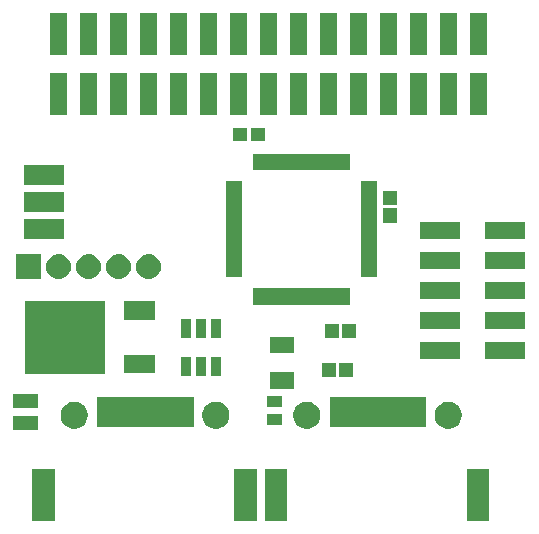
<source format=gts>
G04 #@! TF.GenerationSoftware,KiCad,Pcbnew,(5.0.1)-3*
G04 #@! TF.CreationDate,2018-11-04T16:08:14+11:00*
G04 #@! TF.ProjectId,15_Channel_SSR_Driver,31355F4368616E6E656C5F5353525F44,1.1*
G04 #@! TF.SameCoordinates,PX7c25018PY69db1f0*
G04 #@! TF.FileFunction,Soldermask,Top*
G04 #@! TF.FilePolarity,Negative*
%FSLAX46Y46*%
G04 Gerber Fmt 4.6, Leading zero omitted, Abs format (unit mm)*
G04 Created by KiCad (PCBNEW (5.0.1)-3) date 4/11/2018 4:08:14 PM*
%MOMM*%
%LPD*%
G01*
G04 APERTURE LIST*
%ADD10C,0.100000*%
G04 APERTURE END LIST*
D10*
G04 #@! TO.C,D1*
G36*
X3034436Y-33790000D02*
X2584000Y-33790000D01*
X2584000Y-32889300D01*
X3034436Y-32889300D01*
X3034436Y-33790000D01*
G37*
G36*
X2384131Y-33790000D02*
X1934000Y-33790000D01*
X1934000Y-32889180D01*
X2384131Y-32889180D01*
X2384131Y-33790000D01*
G37*
G36*
X1733449Y-33790000D02*
X1284000Y-33790000D01*
X1284000Y-32888190D01*
X1733449Y-32888190D01*
X1733449Y-33790000D01*
G37*
G36*
X1284000Y-34790308D02*
X1733738Y-34790308D01*
X1733738Y-35690000D01*
X1284000Y-35690000D01*
X1284000Y-34790308D01*
G37*
G36*
X1934000Y-34790565D02*
X2384254Y-34790565D01*
X2384254Y-35690000D01*
X1934000Y-35690000D01*
X1934000Y-34790565D01*
G37*
G36*
X2584000Y-34790083D02*
X3034145Y-34790083D01*
X3034145Y-35690000D01*
X2584000Y-35690000D01*
X2584000Y-34790083D01*
G37*
G36*
X4635000Y-43482000D02*
X2735000Y-43482000D01*
X2735000Y-39082000D01*
X4635000Y-39082000D01*
X4635000Y-43482000D01*
X4635000Y-43482000D01*
G37*
G36*
X24320000Y-43482000D02*
X22420000Y-43482000D01*
X22420000Y-39082000D01*
X24320000Y-39082000D01*
X24320000Y-43482000D01*
X24320000Y-43482000D01*
G37*
G36*
X21735000Y-43482000D02*
X19835000Y-43482000D01*
X19835000Y-39082000D01*
X21735000Y-39082000D01*
X21735000Y-43482000D01*
X21735000Y-43482000D01*
G37*
G36*
X41420000Y-43482000D02*
X39520000Y-43482000D01*
X39520000Y-39082000D01*
X41420000Y-39082000D01*
X41420000Y-43482000D01*
X41420000Y-43482000D01*
G37*
G36*
X3184000Y-35840000D02*
X1134000Y-35840000D01*
X1134000Y-34640000D01*
X3184000Y-34640000D01*
X3184000Y-35840000D01*
X3184000Y-35840000D01*
G37*
G36*
X6620443Y-33436194D02*
X6829728Y-33522883D01*
X7018085Y-33648739D01*
X7178261Y-33808915D01*
X7304117Y-33997272D01*
X7390806Y-34206557D01*
X7435000Y-34428734D01*
X7435000Y-34655266D01*
X7390806Y-34877443D01*
X7304117Y-35086728D01*
X7178261Y-35275085D01*
X7018085Y-35435261D01*
X6829728Y-35561117D01*
X6620443Y-35647806D01*
X6398266Y-35692000D01*
X6171734Y-35692000D01*
X5949557Y-35647806D01*
X5740272Y-35561117D01*
X5551915Y-35435261D01*
X5391739Y-35275085D01*
X5265883Y-35086728D01*
X5179194Y-34877443D01*
X5135000Y-34655266D01*
X5135000Y-34428734D01*
X5179194Y-34206557D01*
X5265883Y-33997272D01*
X5391739Y-33808915D01*
X5551915Y-33648739D01*
X5740272Y-33522883D01*
X5949557Y-33436194D01*
X6171734Y-33392000D01*
X6398266Y-33392000D01*
X6620443Y-33436194D01*
X6620443Y-33436194D01*
G37*
G36*
X18610443Y-33436194D02*
X18819728Y-33522883D01*
X19008085Y-33648739D01*
X19168261Y-33808915D01*
X19294117Y-33997272D01*
X19380806Y-34206557D01*
X19425000Y-34428734D01*
X19425000Y-34655266D01*
X19380806Y-34877443D01*
X19294117Y-35086728D01*
X19168261Y-35275085D01*
X19008085Y-35435261D01*
X18819728Y-35561117D01*
X18610443Y-35647806D01*
X18388266Y-35692000D01*
X18161734Y-35692000D01*
X17939557Y-35647806D01*
X17730272Y-35561117D01*
X17541915Y-35435261D01*
X17381739Y-35275085D01*
X17255883Y-35086728D01*
X17169194Y-34877443D01*
X17125000Y-34655266D01*
X17125000Y-34428734D01*
X17169194Y-34206557D01*
X17255883Y-33997272D01*
X17381739Y-33808915D01*
X17541915Y-33648739D01*
X17730272Y-33522883D01*
X17939557Y-33436194D01*
X18161734Y-33392000D01*
X18388266Y-33392000D01*
X18610443Y-33436194D01*
X18610443Y-33436194D01*
G37*
G36*
X26305443Y-33436194D02*
X26514728Y-33522883D01*
X26703085Y-33648739D01*
X26863261Y-33808915D01*
X26989117Y-33997272D01*
X27075806Y-34206557D01*
X27120000Y-34428734D01*
X27120000Y-34655266D01*
X27075806Y-34877443D01*
X26989117Y-35086728D01*
X26863261Y-35275085D01*
X26703085Y-35435261D01*
X26514728Y-35561117D01*
X26305443Y-35647806D01*
X26083266Y-35692000D01*
X25856734Y-35692000D01*
X25634557Y-35647806D01*
X25425272Y-35561117D01*
X25236915Y-35435261D01*
X25076739Y-35275085D01*
X24950883Y-35086728D01*
X24864194Y-34877443D01*
X24820000Y-34655266D01*
X24820000Y-34428734D01*
X24864194Y-34206557D01*
X24950883Y-33997272D01*
X25076739Y-33808915D01*
X25236915Y-33648739D01*
X25425272Y-33522883D01*
X25634557Y-33436194D01*
X25856734Y-33392000D01*
X26083266Y-33392000D01*
X26305443Y-33436194D01*
X26305443Y-33436194D01*
G37*
G36*
X38295443Y-33436194D02*
X38504728Y-33522883D01*
X38693085Y-33648739D01*
X38853261Y-33808915D01*
X38979117Y-33997272D01*
X39065806Y-34206557D01*
X39110000Y-34428734D01*
X39110000Y-34655266D01*
X39065806Y-34877443D01*
X38979117Y-35086728D01*
X38853261Y-35275085D01*
X38693085Y-35435261D01*
X38504728Y-35561117D01*
X38295443Y-35647806D01*
X38073266Y-35692000D01*
X37846734Y-35692000D01*
X37624557Y-35647806D01*
X37415272Y-35561117D01*
X37226915Y-35435261D01*
X37066739Y-35275085D01*
X36940883Y-35086728D01*
X36854194Y-34877443D01*
X36810000Y-34655266D01*
X36810000Y-34428734D01*
X36854194Y-34206557D01*
X36940883Y-33997272D01*
X37066739Y-33808915D01*
X37226915Y-33648739D01*
X37415272Y-33522883D01*
X37624557Y-33436194D01*
X37846734Y-33392000D01*
X38073266Y-33392000D01*
X38295443Y-33436194D01*
X38295443Y-33436194D01*
G37*
G36*
X16385000Y-35552000D02*
X8245000Y-35552000D01*
X8245000Y-33052000D01*
X16385000Y-33052000D01*
X16385000Y-35552000D01*
X16385000Y-35552000D01*
G37*
G36*
X36070000Y-35552000D02*
X27930000Y-35552000D01*
X27930000Y-33052000D01*
X36070000Y-33052000D01*
X36070000Y-35552000D01*
X36070000Y-35552000D01*
G37*
G36*
X23891000Y-35363000D02*
X22591000Y-35363000D01*
X22591000Y-34463000D01*
X23891000Y-34463000D01*
X23891000Y-35363000D01*
X23891000Y-35363000D01*
G37*
G36*
X3184000Y-33940000D02*
X1134000Y-33940000D01*
X1134000Y-32740000D01*
X3184000Y-32740000D01*
X3184000Y-33940000D01*
X3184000Y-33940000D01*
G37*
G36*
X23891000Y-33863000D02*
X22591000Y-33863000D01*
X22591000Y-32963000D01*
X23891000Y-32963000D01*
X23891000Y-33863000D01*
X23891000Y-33863000D01*
G37*
G36*
X24876000Y-32299000D02*
X22876000Y-32299000D01*
X22876000Y-30899000D01*
X24876000Y-30899000D01*
X24876000Y-32299000D01*
X24876000Y-32299000D01*
G37*
G36*
X28425000Y-31309000D02*
X27225000Y-31309000D01*
X27225000Y-30159000D01*
X28425000Y-30159000D01*
X28425000Y-31309000D01*
X28425000Y-31309000D01*
G37*
G36*
X29925000Y-31309000D02*
X28725000Y-31309000D01*
X28725000Y-30159000D01*
X29925000Y-30159000D01*
X29925000Y-31309000D01*
X29925000Y-31309000D01*
G37*
G36*
X18691200Y-31238800D02*
X17884800Y-31238800D01*
X17884800Y-29619600D01*
X18691200Y-29619600D01*
X18691200Y-31238800D01*
X18691200Y-31238800D01*
G37*
G36*
X17421200Y-31238800D02*
X16614800Y-31238800D01*
X16614800Y-29619600D01*
X17421200Y-29619600D01*
X17421200Y-31238800D01*
X17421200Y-31238800D01*
G37*
G36*
X16151200Y-31238800D02*
X15344800Y-31238800D01*
X15344800Y-29619600D01*
X16151200Y-29619600D01*
X16151200Y-31238800D01*
X16151200Y-31238800D01*
G37*
G36*
X8920000Y-31040000D02*
X2120000Y-31040000D01*
X2120000Y-24840000D01*
X8920000Y-24840000D01*
X8920000Y-31040000D01*
X8920000Y-31040000D01*
G37*
G36*
X13120000Y-31020000D02*
X10520000Y-31020000D01*
X10520000Y-29420000D01*
X13120000Y-29420000D01*
X13120000Y-31020000D01*
X13120000Y-31020000D01*
G37*
G36*
X38935000Y-29783000D02*
X35535000Y-29783000D01*
X35535000Y-28383000D01*
X38935000Y-28383000D01*
X38935000Y-29783000D01*
X38935000Y-29783000D01*
G37*
G36*
X44475000Y-29783000D02*
X41075000Y-29783000D01*
X41075000Y-28383000D01*
X44475000Y-28383000D01*
X44475000Y-29783000D01*
X44475000Y-29783000D01*
G37*
G36*
X24876000Y-29299000D02*
X22876000Y-29299000D01*
X22876000Y-27899000D01*
X24876000Y-27899000D01*
X24876000Y-29299000D01*
X24876000Y-29299000D01*
G37*
G36*
X16151200Y-28038400D02*
X15344800Y-28038400D01*
X15344800Y-26419200D01*
X16151200Y-26419200D01*
X16151200Y-28038400D01*
X16151200Y-28038400D01*
G37*
G36*
X18691200Y-28038400D02*
X17884800Y-28038400D01*
X17884800Y-26419200D01*
X18691200Y-26419200D01*
X18691200Y-28038400D01*
X18691200Y-28038400D01*
G37*
G36*
X17421200Y-28038400D02*
X16614800Y-28038400D01*
X16614800Y-26419200D01*
X17421200Y-26419200D01*
X17421200Y-28038400D01*
X17421200Y-28038400D01*
G37*
G36*
X30179000Y-28007000D02*
X28979000Y-28007000D01*
X28979000Y-26857000D01*
X30179000Y-26857000D01*
X30179000Y-28007000D01*
X30179000Y-28007000D01*
G37*
G36*
X28679000Y-28007000D02*
X27479000Y-28007000D01*
X27479000Y-26857000D01*
X28679000Y-26857000D01*
X28679000Y-28007000D01*
X28679000Y-28007000D01*
G37*
G36*
X44475000Y-27243000D02*
X41075000Y-27243000D01*
X41075000Y-25843000D01*
X44475000Y-25843000D01*
X44475000Y-27243000D01*
X44475000Y-27243000D01*
G37*
G36*
X38935000Y-27243000D02*
X35535000Y-27243000D01*
X35535000Y-25843000D01*
X38935000Y-25843000D01*
X38935000Y-27243000D01*
X38935000Y-27243000D01*
G37*
G36*
X13120000Y-26460000D02*
X10520000Y-26460000D01*
X10520000Y-24860000D01*
X13120000Y-24860000D01*
X13120000Y-26460000D01*
X13120000Y-26460000D01*
G37*
G36*
X29602000Y-25196000D02*
X21452000Y-25196000D01*
X21452000Y-23796000D01*
X29602000Y-23796000D01*
X29602000Y-25196000D01*
X29602000Y-25196000D01*
G37*
G36*
X44475000Y-24703000D02*
X41075000Y-24703000D01*
X41075000Y-23303000D01*
X44475000Y-23303000D01*
X44475000Y-24703000D01*
X44475000Y-24703000D01*
G37*
G36*
X38935000Y-24703000D02*
X35535000Y-24703000D01*
X35535000Y-23303000D01*
X38935000Y-23303000D01*
X38935000Y-24703000D01*
X38935000Y-24703000D01*
G37*
G36*
X3463000Y-23021000D02*
X1363000Y-23021000D01*
X1363000Y-20921000D01*
X3463000Y-20921000D01*
X3463000Y-23021000D01*
X3463000Y-23021000D01*
G37*
G36*
X5081707Y-20928597D02*
X5158836Y-20936193D01*
X5290787Y-20976220D01*
X5356763Y-20996233D01*
X5539172Y-21093733D01*
X5699054Y-21224946D01*
X5830267Y-21384828D01*
X5927767Y-21567237D01*
X5927767Y-21567238D01*
X5987807Y-21765164D01*
X6008080Y-21971000D01*
X5987807Y-22176836D01*
X5974410Y-22221000D01*
X5927767Y-22374763D01*
X5830267Y-22557172D01*
X5699054Y-22717054D01*
X5539172Y-22848267D01*
X5356763Y-22945767D01*
X5290787Y-22965780D01*
X5158836Y-23005807D01*
X5081707Y-23013403D01*
X5004580Y-23021000D01*
X4901420Y-23021000D01*
X4824293Y-23013403D01*
X4747164Y-23005807D01*
X4615213Y-22965780D01*
X4549237Y-22945767D01*
X4366828Y-22848267D01*
X4206946Y-22717054D01*
X4075733Y-22557172D01*
X3978233Y-22374763D01*
X3931590Y-22221000D01*
X3918193Y-22176836D01*
X3897920Y-21971000D01*
X3918193Y-21765164D01*
X3978233Y-21567238D01*
X3978233Y-21567237D01*
X4075733Y-21384828D01*
X4206946Y-21224946D01*
X4366828Y-21093733D01*
X4549237Y-20996233D01*
X4615213Y-20976220D01*
X4747164Y-20936193D01*
X4824293Y-20928597D01*
X4901420Y-20921000D01*
X5004580Y-20921000D01*
X5081707Y-20928597D01*
X5081707Y-20928597D01*
G37*
G36*
X7621707Y-20928597D02*
X7698836Y-20936193D01*
X7830787Y-20976220D01*
X7896763Y-20996233D01*
X8079172Y-21093733D01*
X8239054Y-21224946D01*
X8370267Y-21384828D01*
X8467767Y-21567237D01*
X8467767Y-21567238D01*
X8527807Y-21765164D01*
X8548080Y-21971000D01*
X8527807Y-22176836D01*
X8514410Y-22221000D01*
X8467767Y-22374763D01*
X8370267Y-22557172D01*
X8239054Y-22717054D01*
X8079172Y-22848267D01*
X7896763Y-22945767D01*
X7830787Y-22965780D01*
X7698836Y-23005807D01*
X7621707Y-23013403D01*
X7544580Y-23021000D01*
X7441420Y-23021000D01*
X7364293Y-23013403D01*
X7287164Y-23005807D01*
X7155213Y-22965780D01*
X7089237Y-22945767D01*
X6906828Y-22848267D01*
X6746946Y-22717054D01*
X6615733Y-22557172D01*
X6518233Y-22374763D01*
X6471590Y-22221000D01*
X6458193Y-22176836D01*
X6437920Y-21971000D01*
X6458193Y-21765164D01*
X6518233Y-21567238D01*
X6518233Y-21567237D01*
X6615733Y-21384828D01*
X6746946Y-21224946D01*
X6906828Y-21093733D01*
X7089237Y-20996233D01*
X7155213Y-20976220D01*
X7287164Y-20936193D01*
X7364293Y-20928597D01*
X7441420Y-20921000D01*
X7544580Y-20921000D01*
X7621707Y-20928597D01*
X7621707Y-20928597D01*
G37*
G36*
X10161707Y-20928597D02*
X10238836Y-20936193D01*
X10370787Y-20976220D01*
X10436763Y-20996233D01*
X10619172Y-21093733D01*
X10779054Y-21224946D01*
X10910267Y-21384828D01*
X11007767Y-21567237D01*
X11007767Y-21567238D01*
X11067807Y-21765164D01*
X11088080Y-21971000D01*
X11067807Y-22176836D01*
X11054410Y-22221000D01*
X11007767Y-22374763D01*
X10910267Y-22557172D01*
X10779054Y-22717054D01*
X10619172Y-22848267D01*
X10436763Y-22945767D01*
X10370787Y-22965780D01*
X10238836Y-23005807D01*
X10161707Y-23013403D01*
X10084580Y-23021000D01*
X9981420Y-23021000D01*
X9904293Y-23013403D01*
X9827164Y-23005807D01*
X9695213Y-22965780D01*
X9629237Y-22945767D01*
X9446828Y-22848267D01*
X9286946Y-22717054D01*
X9155733Y-22557172D01*
X9058233Y-22374763D01*
X9011590Y-22221000D01*
X8998193Y-22176836D01*
X8977920Y-21971000D01*
X8998193Y-21765164D01*
X9058233Y-21567238D01*
X9058233Y-21567237D01*
X9155733Y-21384828D01*
X9286946Y-21224946D01*
X9446828Y-21093733D01*
X9629237Y-20996233D01*
X9695213Y-20976220D01*
X9827164Y-20936193D01*
X9904293Y-20928597D01*
X9981420Y-20921000D01*
X10084580Y-20921000D01*
X10161707Y-20928597D01*
X10161707Y-20928597D01*
G37*
G36*
X12701707Y-20928597D02*
X12778836Y-20936193D01*
X12910787Y-20976220D01*
X12976763Y-20996233D01*
X13159172Y-21093733D01*
X13319054Y-21224946D01*
X13450267Y-21384828D01*
X13547767Y-21567237D01*
X13547767Y-21567238D01*
X13607807Y-21765164D01*
X13628080Y-21971000D01*
X13607807Y-22176836D01*
X13594410Y-22221000D01*
X13547767Y-22374763D01*
X13450267Y-22557172D01*
X13319054Y-22717054D01*
X13159172Y-22848267D01*
X12976763Y-22945767D01*
X12910787Y-22965780D01*
X12778836Y-23005807D01*
X12701707Y-23013403D01*
X12624580Y-23021000D01*
X12521420Y-23021000D01*
X12444293Y-23013403D01*
X12367164Y-23005807D01*
X12235213Y-22965780D01*
X12169237Y-22945767D01*
X11986828Y-22848267D01*
X11826946Y-22717054D01*
X11695733Y-22557172D01*
X11598233Y-22374763D01*
X11551590Y-22221000D01*
X11538193Y-22176836D01*
X11517920Y-21971000D01*
X11538193Y-21765164D01*
X11598233Y-21567238D01*
X11598233Y-21567237D01*
X11695733Y-21384828D01*
X11826946Y-21224946D01*
X11986828Y-21093733D01*
X12169237Y-20996233D01*
X12235213Y-20976220D01*
X12367164Y-20936193D01*
X12444293Y-20928597D01*
X12521420Y-20921000D01*
X12624580Y-20921000D01*
X12701707Y-20928597D01*
X12701707Y-20928597D01*
G37*
G36*
X31927000Y-22871000D02*
X30527000Y-22871000D01*
X30527000Y-14721000D01*
X31927000Y-14721000D01*
X31927000Y-22871000D01*
X31927000Y-22871000D01*
G37*
G36*
X20527000Y-22871000D02*
X19127000Y-22871000D01*
X19127000Y-14721000D01*
X20527000Y-14721000D01*
X20527000Y-22871000D01*
X20527000Y-22871000D01*
G37*
G36*
X44475000Y-22163000D02*
X41075000Y-22163000D01*
X41075000Y-20763000D01*
X44475000Y-20763000D01*
X44475000Y-22163000D01*
X44475000Y-22163000D01*
G37*
G36*
X38935000Y-22163000D02*
X35535000Y-22163000D01*
X35535000Y-20763000D01*
X38935000Y-20763000D01*
X38935000Y-22163000D01*
X38935000Y-22163000D01*
G37*
G36*
X38935000Y-19623000D02*
X35535000Y-19623000D01*
X35535000Y-18223000D01*
X38935000Y-18223000D01*
X38935000Y-19623000D01*
X38935000Y-19623000D01*
G37*
G36*
X44475000Y-19623000D02*
X41075000Y-19623000D01*
X41075000Y-18223000D01*
X44475000Y-18223000D01*
X44475000Y-19623000D01*
X44475000Y-19623000D01*
G37*
G36*
X5431000Y-19621000D02*
X2031000Y-19621000D01*
X2031000Y-17971000D01*
X5431000Y-17971000D01*
X5431000Y-19621000D01*
X5431000Y-19621000D01*
G37*
G36*
X33595000Y-18241000D02*
X32445000Y-18241000D01*
X32445000Y-17041000D01*
X33595000Y-17041000D01*
X33595000Y-18241000D01*
X33595000Y-18241000D01*
G37*
G36*
X5431000Y-17335000D02*
X2031000Y-17335000D01*
X2031000Y-15685000D01*
X5431000Y-15685000D01*
X5431000Y-17335000D01*
X5431000Y-17335000D01*
G37*
G36*
X33595000Y-16741000D02*
X32445000Y-16741000D01*
X32445000Y-15541000D01*
X33595000Y-15541000D01*
X33595000Y-16741000D01*
X33595000Y-16741000D01*
G37*
G36*
X5431000Y-15049000D02*
X2031000Y-15049000D01*
X2031000Y-13399000D01*
X5431000Y-13399000D01*
X5431000Y-15049000D01*
X5431000Y-15049000D01*
G37*
G36*
X29602000Y-13796000D02*
X21452000Y-13796000D01*
X21452000Y-12396000D01*
X29602000Y-12396000D01*
X29602000Y-13796000D01*
X29602000Y-13796000D01*
G37*
G36*
X20932000Y-11370000D02*
X19732000Y-11370000D01*
X19732000Y-10220000D01*
X20932000Y-10220000D01*
X20932000Y-11370000D01*
X20932000Y-11370000D01*
G37*
G36*
X22432000Y-11370000D02*
X21232000Y-11370000D01*
X21232000Y-10220000D01*
X22432000Y-10220000D01*
X22432000Y-11370000D01*
X22432000Y-11370000D01*
G37*
G36*
X31053000Y-9126000D02*
X29653000Y-9126000D01*
X29653000Y-5576000D01*
X31053000Y-5576000D01*
X31053000Y-9126000D01*
X31053000Y-9126000D01*
G37*
G36*
X28513000Y-9126000D02*
X27113000Y-9126000D01*
X27113000Y-5576000D01*
X28513000Y-5576000D01*
X28513000Y-9126000D01*
X28513000Y-9126000D01*
G37*
G36*
X41213000Y-9126000D02*
X39813000Y-9126000D01*
X39813000Y-5576000D01*
X41213000Y-5576000D01*
X41213000Y-9126000D01*
X41213000Y-9126000D01*
G37*
G36*
X38673000Y-9126000D02*
X37273000Y-9126000D01*
X37273000Y-5576000D01*
X38673000Y-5576000D01*
X38673000Y-9126000D01*
X38673000Y-9126000D01*
G37*
G36*
X23433000Y-9126000D02*
X22033000Y-9126000D01*
X22033000Y-5576000D01*
X23433000Y-5576000D01*
X23433000Y-9126000D01*
X23433000Y-9126000D01*
G37*
G36*
X36133000Y-9126000D02*
X34733000Y-9126000D01*
X34733000Y-5576000D01*
X36133000Y-5576000D01*
X36133000Y-9126000D01*
X36133000Y-9126000D01*
G37*
G36*
X33593000Y-9126000D02*
X32193000Y-9126000D01*
X32193000Y-5576000D01*
X33593000Y-5576000D01*
X33593000Y-9126000D01*
X33593000Y-9126000D01*
G37*
G36*
X25973000Y-9126000D02*
X24573000Y-9126000D01*
X24573000Y-5576000D01*
X25973000Y-5576000D01*
X25973000Y-9126000D01*
X25973000Y-9126000D01*
G37*
G36*
X13273000Y-9126000D02*
X11873000Y-9126000D01*
X11873000Y-5576000D01*
X13273000Y-5576000D01*
X13273000Y-9126000D01*
X13273000Y-9126000D01*
G37*
G36*
X20893000Y-9126000D02*
X19493000Y-9126000D01*
X19493000Y-5576000D01*
X20893000Y-5576000D01*
X20893000Y-9126000D01*
X20893000Y-9126000D01*
G37*
G36*
X5653000Y-9126000D02*
X4253000Y-9126000D01*
X4253000Y-5576000D01*
X5653000Y-5576000D01*
X5653000Y-9126000D01*
X5653000Y-9126000D01*
G37*
G36*
X15813000Y-9126000D02*
X14413000Y-9126000D01*
X14413000Y-5576000D01*
X15813000Y-5576000D01*
X15813000Y-9126000D01*
X15813000Y-9126000D01*
G37*
G36*
X10733000Y-9126000D02*
X9333000Y-9126000D01*
X9333000Y-5576000D01*
X10733000Y-5576000D01*
X10733000Y-9126000D01*
X10733000Y-9126000D01*
G37*
G36*
X18353000Y-9126000D02*
X16953000Y-9126000D01*
X16953000Y-5576000D01*
X18353000Y-5576000D01*
X18353000Y-9126000D01*
X18353000Y-9126000D01*
G37*
G36*
X8193000Y-9126000D02*
X6793000Y-9126000D01*
X6793000Y-5576000D01*
X8193000Y-5576000D01*
X8193000Y-9126000D01*
X8193000Y-9126000D01*
G37*
G36*
X5653000Y-4076000D02*
X4253000Y-4076000D01*
X4253000Y-526000D01*
X5653000Y-526000D01*
X5653000Y-4076000D01*
X5653000Y-4076000D01*
G37*
G36*
X8193000Y-4076000D02*
X6793000Y-4076000D01*
X6793000Y-526000D01*
X8193000Y-526000D01*
X8193000Y-4076000D01*
X8193000Y-4076000D01*
G37*
G36*
X10733000Y-4076000D02*
X9333000Y-4076000D01*
X9333000Y-526000D01*
X10733000Y-526000D01*
X10733000Y-4076000D01*
X10733000Y-4076000D01*
G37*
G36*
X13273000Y-4076000D02*
X11873000Y-4076000D01*
X11873000Y-526000D01*
X13273000Y-526000D01*
X13273000Y-4076000D01*
X13273000Y-4076000D01*
G37*
G36*
X41213000Y-4076000D02*
X39813000Y-4076000D01*
X39813000Y-526000D01*
X41213000Y-526000D01*
X41213000Y-4076000D01*
X41213000Y-4076000D01*
G37*
G36*
X38673000Y-4076000D02*
X37273000Y-4076000D01*
X37273000Y-526000D01*
X38673000Y-526000D01*
X38673000Y-4076000D01*
X38673000Y-4076000D01*
G37*
G36*
X36133000Y-4076000D02*
X34733000Y-4076000D01*
X34733000Y-526000D01*
X36133000Y-526000D01*
X36133000Y-4076000D01*
X36133000Y-4076000D01*
G37*
G36*
X33593000Y-4076000D02*
X32193000Y-4076000D01*
X32193000Y-526000D01*
X33593000Y-526000D01*
X33593000Y-4076000D01*
X33593000Y-4076000D01*
G37*
G36*
X31053000Y-4076000D02*
X29653000Y-4076000D01*
X29653000Y-526000D01*
X31053000Y-526000D01*
X31053000Y-4076000D01*
X31053000Y-4076000D01*
G37*
G36*
X15813000Y-4076000D02*
X14413000Y-4076000D01*
X14413000Y-526000D01*
X15813000Y-526000D01*
X15813000Y-4076000D01*
X15813000Y-4076000D01*
G37*
G36*
X28513000Y-4076000D02*
X27113000Y-4076000D01*
X27113000Y-526000D01*
X28513000Y-526000D01*
X28513000Y-4076000D01*
X28513000Y-4076000D01*
G37*
G36*
X25973000Y-4076000D02*
X24573000Y-4076000D01*
X24573000Y-526000D01*
X25973000Y-526000D01*
X25973000Y-4076000D01*
X25973000Y-4076000D01*
G37*
G36*
X23433000Y-4076000D02*
X22033000Y-4076000D01*
X22033000Y-526000D01*
X23433000Y-526000D01*
X23433000Y-4076000D01*
X23433000Y-4076000D01*
G37*
G36*
X20893000Y-4076000D02*
X19493000Y-4076000D01*
X19493000Y-526000D01*
X20893000Y-526000D01*
X20893000Y-4076000D01*
X20893000Y-4076000D01*
G37*
G36*
X18353000Y-4076000D02*
X16953000Y-4076000D01*
X16953000Y-526000D01*
X18353000Y-526000D01*
X18353000Y-4076000D01*
X18353000Y-4076000D01*
G37*
M02*

</source>
